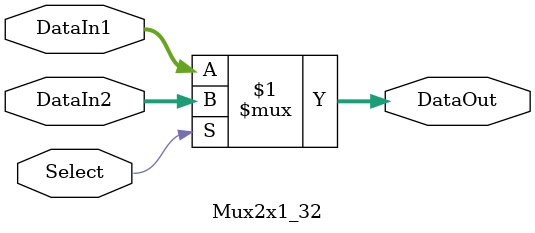
<source format=v>
`timescale 1ns / 1ps


module Mux2x1_32(
    input [31:0] DataIn1,
    input [31:0] DataIn2,
    input Select,
    output [31:0] DataOut
    );

	assign DataOut = Select ? DataIn2 : DataIn1 ;

endmodule

</source>
